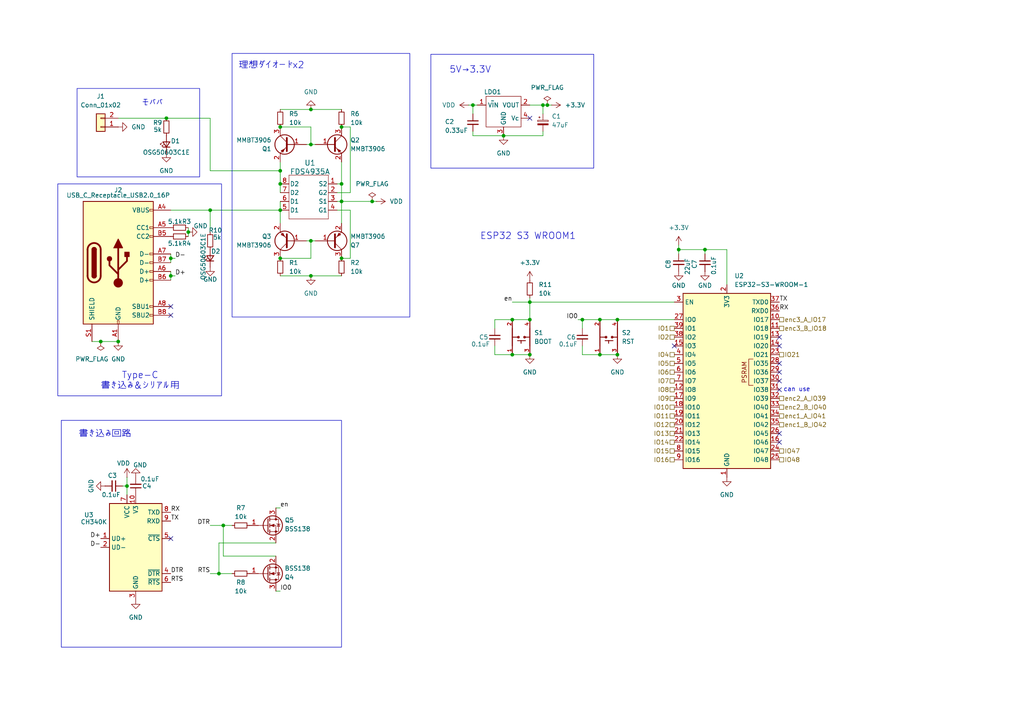
<source format=kicad_sch>
(kicad_sch (version 20231120) (generator "eeschema") (generator_version "8.0")
  (paper "A4")
  (lib_symbols
    (symbol "2024-12-29_09-32-35:FDS4935A" (pin_names (offset 0.254))
      (property "Reference" "U1" (at 12.954 6.096 0))
      (property "Value" "FDS4935A" (at 12.954 3.556 0))
      (symbol "FDS4935A_0_1"
        (polyline (pts (xy 7.62 -10.16) (xy 19.05 -10.16)) (stroke (width 0.127)))
        (polyline (pts (xy 7.62 2.54) (xy 7.62 -10.16)) (stroke (width 0.127)))
        (polyline (pts (xy 19.05 -10.16) (xy 19.05 2.54)) (stroke (width 0.127)))
        (polyline (pts (xy 19.05 2.54) (xy 7.62 2.54)) (stroke (width 0.127)))
      )
      (symbol "FDS4935A_1_1"
        (pin passive line (at 5.08 0 0) (length 2.54) (name "S2") (number "1"))
        (pin passive line (at 5.08 -2.54 0) (length 2.54) (name "G2") (number "2"))
        (pin passive line (at 5.08 -5.08 0) (length 2.54) (name "S1") (number "3"))
        (pin passive line (at 5.08 -7.62 0) (length 2.54) (name "G1") (number "4"))
        (pin passive line (at 21.59 -7.62 180) (length 2.54) (name "D1") (number "5"))
        (pin passive line (at 21.59 -5.08 180) (length 2.54) (name "D1") (number "6"))
        (pin passive line (at 21.59 -2.54 180) (length 2.54) (name "D2") (number "7"))
        (pin passive line (at 21.59 0 180) (length 2.54) (name "D2") (number "8"))
      )
    )
    (symbol "Connector:USB_C_Receptacle_USB2.0_16P" (pin_names (offset 1.016))
      (property "Reference" "J" (at 0 22.225 0))
      (property "Value" "USB_C_Receptacle_USB2.0_16P" (at 0 19.685 0))
      (symbol "USB_C_Receptacle_USB2.0_16P_0_0"
        (rectangle (start -0.254 -17.78) (end 0.254 -16.764))
        (rectangle (start 10.16 -14.986) (end 9.144 -15.494))
        (rectangle (start 10.16 -12.446) (end 9.144 -12.954))
        (rectangle (start 10.16 -4.826) (end 9.144 -5.334))
        (rectangle (start 10.16 -2.286) (end 9.144 -2.794))
        (rectangle (start 10.16 0.254) (end 9.144 -0.254))
        (rectangle (start 10.16 2.794) (end 9.144 2.286))
        (rectangle (start 10.16 7.874) (end 9.144 7.366))
        (rectangle (start 10.16 10.414) (end 9.144 9.906))
        (rectangle (start 10.16 15.494) (end 9.144 14.986))
      )
      (symbol "USB_C_Receptacle_USB2.0_16P_0_1"
        (rectangle (start -10.16 17.78) (end 10.16 -17.78) (stroke (width 0.254)) (fill (type background)))
        (arc (start -8.89 -3.81) (mid -6.985 -5.7067) (end -5.08 -3.81) (stroke (width 0.508)))
        (arc (start -7.62 -3.81) (mid -6.985 -4.4423) (end -6.35 -3.81) (stroke (width 0.254)))
        (arc (start -7.62 -3.81) (mid -6.985 -4.4423) (end -6.35 -3.81) (stroke (width 0.254)) (fill (type outline)))
        (rectangle (start -7.62 -3.81) (end -6.35 3.81) (stroke (width 0.254)) (fill (type outline)))
        (arc (start -6.35 3.81) (mid -6.985 4.4423) (end -7.62 3.81) (stroke (width 0.254)))
        (arc (start -6.35 3.81) (mid -6.985 4.4423) (end -7.62 3.81) (stroke (width 0.254)) (fill (type outline)))
        (arc (start -5.08 3.81) (mid -6.985 5.7067) (end -8.89 3.81) (stroke (width 0.508)))
        (circle (center -2.54 1.143) (radius 0.635) (stroke (width 0.254)) (fill (type outline)))
        (circle (center 0 -5.842) (radius 1.27) (fill (type outline)))
        (polyline (pts (xy -8.89 -3.81) (xy -8.89 3.81)) (stroke (width 0.508)))
        (polyline (pts (xy -5.08 3.81) (xy -5.08 -3.81)) (stroke (width 0.508)))
        (polyline (pts (xy 0 -5.842) (xy 0 4.318)) (stroke (width 0.508)))
        (polyline (pts (xy 0 -3.302) (xy -2.54 -0.762) (xy -2.54 0.508)) (stroke (width 0.508)))
        (polyline (pts (xy 0 -2.032) (xy 2.54 0.508) (xy 2.54 1.778)) (stroke (width 0.508)))
        (polyline (pts (xy -1.27 4.318) (xy 0 6.858) (xy 1.27 4.318) (xy -1.27 4.318)) (stroke (width 0.254)) (fill (type outline)))
        (rectangle (start 1.905 1.778) (end 3.175 3.048) (stroke (width 0.254)) (fill (type outline)))
      )
      (symbol "USB_C_Receptacle_USB2.0_16P_1_1"
        (pin passive line (at 0 -22.86 90) (length 5.08) (name "GND") (number "A1"))
        (pin passive line (at 0 -22.86 90) (length 5.08) hide (name "GND") (number "A12"))
        (pin passive line (at 15.24 15.24 180) (length 5.08) (name "VBUS") (number "A4"))
        (pin bidirectional line (at 15.24 10.16 180) (length 5.08) (name "CC1") (number "A5"))
        (pin bidirectional line (at 15.24 -2.54 180) (length 5.08) (name "D+") (number "A6"))
        (pin bidirectional line (at 15.24 2.54 180) (length 5.08) (name "D-") (number "A7"))
        (pin bidirectional line (at 15.24 -12.7 180) (length 5.08) (name "SBU1") (number "A8"))
        (pin passive line (at 15.24 15.24 180) (length 5.08) hide (name "VBUS") (number "A9"))
        (pin passive line (at 0 -22.86 90) (length 5.08) hide (name "GND") (number "B1"))
        (pin passive line (at 0 -22.86 90) (length 5.08) hide (name "GND") (number "B12"))
        (pin passive line (at 15.24 15.24 180) (length 5.08) hide (name "VBUS") (number "B4"))
        (pin bidirectional line (at 15.24 7.62 180) (length 5.08) (name "CC2") (number "B5"))
        (pin bidirectional line (at 15.24 -5.08 180) (length 5.08) (name "D+") (number "B6"))
        (pin bidirectional line (at 15.24 0 180) (length 5.08) (name "D-") (number "B7"))
        (pin bidirectional line (at 15.24 -15.24 180) (length 5.08) (name "SBU2") (number "B8"))
        (pin passive line (at 15.24 15.24 180) (length 5.08) hide (name "VBUS") (number "B9"))
        (pin passive line (at -7.62 -22.86 90) (length 5.08) (name "SHIELD") (number "S1"))
      )
    )
    (symbol "Connector_Generic:Conn_01x02" (pin_names (offset 1.016) hide)
      (property "Reference" "J" (at 0 2.54 0))
      (property "Value" "Conn_01x02" (at 0 -5.08 0))
      (symbol "Conn_01x02_1_1"
        (rectangle (start -1.27 -2.413) (end 0 -2.667) (stroke (width 0.1524)))
        (rectangle (start -1.27 0.127) (end 0 -0.127) (stroke (width 0.1524)))
        (rectangle (start -1.27 1.27) (end 1.27 -3.81) (stroke (width 0.254)) (fill (type background)))
        (pin passive line (at -5.08 0 0) (length 3.81) (name "Pin_1") (number "1"))
        (pin passive line (at -5.08 -2.54 0) (length 3.81) (name "Pin_2") (number "2"))
      )
    )
    (symbol "Device:C_Polarized_Small" (pin_numbers hide) (pin_names (offset 0.254) hide)
      (property "Reference" "C" (at 0.254 1.778 0))
      (property "Value" "C_Polarized_Small" (at 0.254 -2.032 0))
      (symbol "C_Polarized_Small_0_1"
        (rectangle (start -1.524 -0.3048) (end 1.524 -0.6858) (fill (type outline)))
        (rectangle (start -1.524 0.6858) (end 1.524 0.3048))
        (polyline (pts (xy -1.27 1.524) (xy -0.762 1.524)))
        (polyline (pts (xy -1.016 1.27) (xy -1.016 1.778)))
      )
      (symbol "C_Polarized_Small_1_1"
        (pin passive line (at 0 2.54 270) (length 1.8542) (name "~") (number "1"))
        (pin passive line (at 0 -2.54 90) (length 1.8542) (name "~") (number "2"))
      )
    )
    (symbol "Device:C_Small" (pin_numbers hide) (pin_names (offset 0.254) hide)
      (property "Reference" "C" (at 0.254 1.778 0))
      (property "Value" "C_Small" (at 0.254 -2.032 0))
      (symbol "C_Small_0_1"
        (polyline (pts (xy -1.524 -0.508) (xy 1.524 -0.508)) (stroke (width 0.3302)))
        (polyline (pts (xy -1.524 0.508) (xy 1.524 0.508)) (stroke (width 0.3048)))
      )
      (symbol "C_Small_1_1"
        (pin passive line (at 0 2.54 270) (length 2.032) (name "~") (number "1"))
        (pin passive line (at 0 -2.54 90) (length 2.032) (name "~") (number "2"))
      )
    )
    (symbol "Device:LED_Small" (pin_numbers hide) (pin_names (offset 0.254) hide)
      (property "Reference" "D" (at -1.27 3.175 0))
      (property "Value" "LED_Small" (at -4.445 -2.54 0))
      (symbol "LED_Small_0_1"
        (polyline (pts (xy -0.762 -1.016) (xy -0.762 1.016)) (stroke (width 0.254)))
        (polyline (pts (xy 1.016 0) (xy -0.762 0)))
        (polyline (pts (xy 0.762 -1.016) (xy -0.762 0) (xy 0.762 1.016) (xy 0.762 -1.016)) (stroke (width 0.254)))
        (polyline (pts (xy 0 0.762) (xy -0.508 1.27) (xy -0.254 1.27) (xy -0.508 1.27) (xy -0.508 1.016)))
        (polyline (pts (xy 0.508 1.27) (xy 0 1.778) (xy 0.254 1.778) (xy 0 1.778) (xy 0 1.524)))
      )
      (symbol "LED_Small_1_1"
        (pin passive line (at -2.54 0 0) (length 1.778) (name "K") (number "1"))
        (pin passive line (at 2.54 0 180) (length 1.778) (name "A") (number "2"))
      )
    )
    (symbol "Device:R_Small" (pin_numbers hide) (pin_names (offset 0.254) hide)
      (property "Reference" "R" (at 0.762 0.508 0))
      (property "Value" "R_Small" (at 0.762 -1.016 0))
      (symbol "R_Small_0_1"
        (rectangle (start -0.762 1.778) (end 0.762 -1.778) (stroke (width 0.2032)))
      )
      (symbol "R_Small_1_1"
        (pin passive line (at 0 2.54 270) (length 0.762) (name "~") (number "1"))
        (pin passive line (at 0 -2.54 90) (length 0.762) (name "~") (number "2"))
      )
    )
    (symbol "Interface_USB:CH340K"
      (property "Reference" "U" (at -6.858 13.97 0))
      (property "Value" "CH340K" (at 1.27 13.97 0))
      (symbol "CH340K_0_1"
        (rectangle (start -7.62 12.7) (end 7.62 -12.7) (stroke (width 0.254)) (fill (type background)))
      )
      (symbol "CH340K_1_0"
        (pin passive line (at 0 -15.24 90) (length 2.54) hide (name "GND") (number "11"))
      )
      (symbol "CH340K_1_1"
        (pin bidirectional line (at -10.16 2.54 0) (length 2.54) (name "UD+") (number "1"))
        (pin passive line (at 0 15.24 270) (length 2.54) (name "V3") (number "10"))
        (pin bidirectional line (at -10.16 0 0) (length 2.54) (name "UD-") (number "2"))
        (pin power_in line (at 0 -15.24 90) (length 2.54) (name "GND") (number "3"))
        (pin output line (at 10.16 -7.62 180) (length 2.54) (name "~{DTR}") (number "4"))
        (pin input line (at 10.16 2.54 180) (length 2.54) (name "~{CTS}") (number "5"))
        (pin output line (at 10.16 -10.16 180) (length 2.54) (name "~{RTS}") (number "6"))
        (pin power_in line (at -2.54 15.24 270) (length 2.54) (name "VCC") (number "7"))
        (pin output line (at 10.16 10.16 180) (length 2.54) (name "TXD") (number "8"))
        (pin input line (at 10.16 7.62 180) (length 2.54) (name "RXD") (number "9"))
      )
    )
    (symbol "MyLibrary:PQ3RD23"
      (property "Reference" "LDO" (at 0 6.604 0))
      (symbol "PQ3RD23_0_1"
        (rectangle (start -5.08 5.08) (end 5.08 -3.81))
      )
      (symbol "PQ3RD23_1_1"
        (pin power_in line (at -7.62 2.54 0) (length 2.54) (name "VIN") (number "1"))
        (pin passive line (at 7.62 2.54 180) (length 2.54) (name "VOUT") (number "2"))
        (pin passive line (at 0 -6.35 90) (length 2.54) (name "GND") (number "3"))
        (pin passive line (at 7.62 -1.27 180) (length 2.54) (name "Vc") (number "4"))
      )
    )
    (symbol "RF_Module:ESP32-S3-WROOM-1"
      (property "Reference" "U" (at -12.7 26.67 0))
      (property "Value" "ESP32-S3-WROOM-1" (at 12.7 26.67 0))
      (symbol "ESP32-S3-WROOM-1_0_0"
        (rectangle (start -12.7 25.4) (end 12.7 -25.4) (stroke (width 0.254)) (fill (type background)))
        (text "PSRAM" (at 5.08 2.54 900) (effects (font (size 1.27 1.27))))
      )
      (symbol "ESP32-S3-WROOM-1_0_1"
        (polyline (pts (xy 7.62 -1.27) (xy 6.35 -1.27) (xy 6.35 6.35) (xy 7.62 6.35)))
      )
      (symbol "ESP32-S3-WROOM-1_1_1"
        (pin power_in line (at 0 -27.94 90) (length 2.54) (name "GND") (number "1"))
        (pin bidirectional line (at 15.24 17.78 180) (length 2.54) (name "IO17") (number "10"))
        (pin bidirectional line (at 15.24 15.24 180) (length 2.54) (name "IO18") (number "11"))
        (pin bidirectional line (at -15.24 -2.54 0) (length 2.54) (name "IO8") (number "12"))
        (pin bidirectional line (at 15.24 12.7 180) (length 2.54) (name "IO19") (number "13"))
        (pin bidirectional line (at 15.24 10.16 180) (length 2.54) (name "IO20") (number "14"))
        (pin bidirectional line (at -15.24 10.16 0) (length 2.54) (name "IO3") (number "15"))
        (pin bidirectional line (at 15.24 -17.78 180) (length 2.54) (name "IO46") (number "16"))
        (pin bidirectional line (at -15.24 -5.08 0) (length 2.54) (name "IO9") (number "17"))
        (pin bidirectional line (at -15.24 -7.62 0) (length 2.54) (name "IO10") (number "18"))
        (pin bidirectional line (at -15.24 -10.16 0) (length 2.54) (name "IO11") (number "19"))
        (pin power_in line (at 0 27.94 270) (length 2.54) (name "3V3") (number "2"))
        (pin bidirectional line (at -15.24 -12.7 0) (length 2.54) (name "IO12") (number "20"))
        (pin bidirectional line (at -15.24 -15.24 0) (length 2.54) (name "IO13") (number "21"))
        (pin bidirectional line (at -15.24 -17.78 0) (length 2.54) (name "IO14") (number "22"))
        (pin bidirectional line (at 15.24 7.62 180) (length 2.54) (name "IO21") (number "23"))
        (pin bidirectional line (at 15.24 -20.32 180) (length 2.54) (name "IO47") (number "24"))
        (pin bidirectional line (at 15.24 -22.86 180) (length 2.54) (name "IO48") (number "25"))
        (pin bidirectional line (at 15.24 -15.24 180) (length 2.54) (name "IO45") (number "26"))
        (pin bidirectional line (at -15.24 17.78 0) (length 2.54) (name "IO0") (number "27"))
        (pin bidirectional line (at 15.24 5.08 180) (length 2.54) (name "IO35") (number "28"))
        (pin bidirectional line (at 15.24 2.54 180) (length 2.54) (name "IO36") (number "29"))
        (pin input line (at -15.24 22.86 0) (length 2.54) (name "EN") (number "3"))
        (pin bidirectional line (at 15.24 0 180) (length 2.54) (name "IO37") (number "30"))
        (pin bidirectional line (at 15.24 -2.54 180) (length 2.54) (name "IO38") (number "31"))
        (pin bidirectional line (at 15.24 -5.08 180) (length 2.54) (name "IO39") (number "32"))
        (pin bidirectional line (at 15.24 -7.62 180) (length 2.54) (name "IO40") (number "33"))
        (pin bidirectional line (at 15.24 -10.16 180) (length 2.54) (name "IO41") (number "34"))
        (pin bidirectional line (at 15.24 -12.7 180) (length 2.54) (name "IO42") (number "35"))
        (pin bidirectional line (at 15.24 20.32 180) (length 2.54) (name "RXD0") (number "36"))
        (pin bidirectional line (at 15.24 22.86 180) (length 2.54) (name "TXD0") (number "37"))
        (pin bidirectional line (at -15.24 12.7 0) (length 2.54) (name "IO2") (number "38"))
        (pin bidirectional line (at -15.24 15.24 0) (length 2.54) (name "IO1") (number "39"))
        (pin bidirectional line (at -15.24 7.62 0) (length 2.54) (name "IO4") (number "4"))
        (pin passive line (at 0 -27.94 90) (length 2.54) hide (name "GND") (number "40"))
        (pin passive line (at 0 -27.94 90) (length 2.54) hide (name "GND") (number "41"))
        (pin bidirectional line (at -15.24 5.08 0) (length 2.54) (name "IO5") (number "5"))
        (pin bidirectional line (at -15.24 2.54 0) (length 2.54) (name "IO6") (number "6"))
        (pin bidirectional line (at -15.24 0 0) (length 2.54) (name "IO7") (number "7"))
        (pin bidirectional line (at -15.24 -20.32 0) (length 2.54) (name "IO15") (number "8"))
        (pin bidirectional line (at -15.24 -22.86 0) (length 2.54) (name "IO16") (number "9"))
      )
    )
    (symbol "SKRPACE010:SKRPACE010" (pin_names (offset 1.016))
      (property "Reference" "S" (at -2.5431 5.0863 0))
      (property "Value" "SKRPACE010" (at -2.5442 -5.0884 0))
      (symbol "SKRPACE010_0_0"
        (circle (center 0 -1.016) (radius 0.254) (stroke (width 0.254)))
        (polyline (pts (xy -5.08 2.54) (xy 5.08 2.54)) (stroke (width 0.254)))
        (polyline (pts (xy -2.54 -2.54) (xy 0 -2.54)) (stroke (width 0.254)))
        (polyline (pts (xy -2.54 2.54) (xy 0 2.54)) (stroke (width 0.254)))
        (polyline (pts (xy -1.016 0) (xy -1.778 0)) (stroke (width 0.254)))
        (polyline (pts (xy -1.016 0) (xy -1.016 -1.27)) (stroke (width 0.254)))
        (polyline (pts (xy -1.016 1.016) (xy -1.016 0)) (stroke (width 0.254)))
        (polyline (pts (xy 0 -2.54) (xy 2.54 -2.54)) (stroke (width 0.254)))
        (polyline (pts (xy 0 -1.016) (xy 0 -2.54)) (stroke (width 0.254)))
        (polyline (pts (xy 0 0.762) (xy 0 2.54)) (stroke (width 0.254)))
        (polyline (pts (xy 0 2.54) (xy 2.54 2.54)) (stroke (width 0.254)))
        (polyline (pts (xy 5.08 -2.54) (xy -5.08 -2.54)) (stroke (width 0.254)))
        (circle (center 0 0.762) (radius 0.254) (stroke (width 0.254)))
        (pin bidirectional line (at -5.08 2.54 0) (length 2.54) (name "~") (number "1"))
        (pin bidirectional line (at 5.08 2.54 180) (length 2.54) (name "~") (number "2"))
        (pin bidirectional line (at -5.08 -2.54 0) (length 2.54) (name "~") (number "3"))
        (pin bidirectional line (at 5.08 -2.54 180) (length 2.54) (name "~") (number "4"))
      )
    )
    (symbol "SKRPACE010_1" (pin_names (offset 1.016))
      (property "Reference" "S1" (at 1.2701 -3.81 90))
      (property "Value" "BOOT" (at -1.2699 -3.81 90))
      (symbol "SKRPACE010_1_0_0"
        (circle (center 0 -1.016) (radius 0.254) (stroke (width 0.254)))
        (polyline (pts (xy -5.08 2.54) (xy 5.08 2.54)) (stroke (width 0.254)))
        (polyline (pts (xy -2.54 -2.54) (xy 0 -2.54)) (stroke (width 0.254)))
        (polyline (pts (xy -2.54 2.54) (xy 0 2.54)) (stroke (width 0.254)))
        (polyline (pts (xy -1.016 0) (xy -1.778 0)) (stroke (width 0.254)))
        (polyline (pts (xy -1.016 0) (xy -1.016 -1.27)) (stroke (width 0.254)))
        (polyline (pts (xy -1.016 1.016) (xy -1.016 0)) (stroke (width 0.254)))
        (polyline (pts (xy 0 -2.54) (xy 2.54 -2.54)) (stroke (width 0.254)))
        (polyline (pts (xy 0 -1.016) (xy 0 -2.54)) (stroke (width 0.254)))
        (polyline (pts (xy 0 0.762) (xy 0 2.54)) (stroke (width 0.254)))
        (polyline (pts (xy 0 2.54) (xy 2.54 2.54)) (stroke (width 0.254)))
        (polyline (pts (xy 5.08 -2.54) (xy -5.08 -2.54)) (stroke (width 0.254)))
        (circle (center 0 0.762) (radius 0.254) (stroke (width 0.254)))
      )
      (symbol "SKRPACE010_1_1_0"
        (pin passive line (at -5.08 2.54 0) (length 2.54) (name "~") (number "1"))
        (pin passive line (at 5.08 2.54 180) (length 2.54) (name "~") (number "2"))
        (pin passive line (at -5.08 -2.54 0) (length 2.54) (name "~") (number "3"))
        (pin passive line (at 5.08 -2.54 180) (length 2.54) (name "~") (number "4"))
      )
    )
    (symbol "Transistor_BJT:MMBT3906" (pin_names (offset 0) hide)
      (property "Reference" "Q" (at 5.08 1.905 0))
      (property "Value" "MMBT3906" (at 5.08 0 0))
      (symbol "MMBT3906_0_1"
        (polyline (pts (xy 0.635 0.635) (xy 2.54 2.54)))
        (polyline (pts (xy 0.635 -0.635) (xy 2.54 -2.54) (xy 2.54 -2.54)))
        (polyline (pts (xy 0.635 1.905) (xy 0.635 -1.905) (xy 0.635 -1.905)) (stroke (width 0.508)))
        (polyline (pts (xy 2.286 -1.778) (xy 1.778 -2.286) (xy 1.27 -1.27) (xy 2.286 -1.778) (xy 2.286 -1.778)) (fill (type outline)))
        (circle (center 1.27 0) (radius 2.8194) (stroke (width 0.254)))
      )
      (symbol "MMBT3906_1_1"
        (pin input line (at -5.08 0 0) (length 5.715) (name "B") (number "1"))
        (pin passive line (at 2.54 -5.08 90) (length 2.54) (name "E") (number "2"))
        (pin passive line (at 2.54 5.08 270) (length 2.54) (name "C") (number "3"))
      )
    )
    (symbol "Transistor_FET:BSS138" (pin_names hide)
      (property "Reference" "Q" (at 5.08 1.905 0))
      (property "Value" "BSS138" (at 5.08 0 0))
      (symbol "BSS138_0_1"
        (polyline (pts (xy 0.254 0) (xy -2.54 0)))
        (polyline (pts (xy 0.254 1.905) (xy 0.254 -1.905)) (stroke (width 0.254)))
        (polyline (pts (xy 0.762 -1.27) (xy 0.762 -2.286)) (stroke (width 0.254)))
        (polyline (pts (xy 0.762 0.508) (xy 0.762 -0.508)) (stroke (width 0.254)))
        (polyline (pts (xy 0.762 2.286) (xy 0.762 1.27)) (stroke (width 0.254)))
        (polyline (pts (xy 2.54 2.54) (xy 2.54 1.778)))
        (polyline (pts (xy 2.54 -2.54) (xy 2.54 0) (xy 0.762 0)))
        (polyline (pts (xy 0.762 -1.778) (xy 3.302 -1.778) (xy 3.302 1.778) (xy 0.762 1.778)))
        (polyline (pts (xy 1.016 0) (xy 2.032 0.381) (xy 2.032 -0.381) (xy 1.016 0)) (fill (type outline)))
        (polyline (pts (xy 2.794 0.508) (xy 2.921 0.381) (xy 3.683 0.381) (xy 3.81 0.254)))
        (polyline (pts (xy 3.302 0.381) (xy 2.921 -0.254) (xy 3.683 -0.254) (xy 3.302 0.381)))
        (circle (center 1.651 0) (radius 2.794) (stroke (width 0.254)))
        (circle (center 2.54 -1.778) (radius 0.254) (fill (type outline)))
        (circle (center 2.54 1.778) (radius 0.254) (fill (type outline)))
      )
      (symbol "BSS138_1_1"
        (pin input line (at -5.08 0 0) (length 2.54) (name "G") (number "1"))
        (pin passive line (at 2.54 -5.08 90) (length 2.54) (name "S") (number "2"))
        (pin passive line (at 2.54 5.08 270) (length 2.54) (name "D") (number "3"))
      )
    )
    (symbol "power:+3.3V" (power) (pin_numbers hide) (pin_names (offset 0) hide)
      (property "Value" "+3.3V" (at 0 3.556 0))
      (symbol "+3.3V_0_1"
        (polyline (pts (xy -0.762 1.27) (xy 0 2.54)))
        (polyline (pts (xy 0 0) (xy 0 2.54)))
        (polyline (pts (xy 0 2.54) (xy 0.762 1.27)))
      )
      (symbol "+3.3V_1_1"
        (pin power_in line (at 0 0 90) (length 0) (name "~") (number "1"))
      )
    )
    (symbol "power:GND" (power) (pin_numbers hide) (pin_names (offset 0) hide)
      (property "Value" "GND" (at 0 -3.81 0))
      (symbol "GND_0_1"
        (polyline (pts (xy 0 0) (xy 0 -1.27) (xy 1.27 -1.27) (xy 0 -2.54) (xy -1.27 -1.27) (xy 0 -1.27)))
      )
      (symbol "GND_1_1"
        (pin power_in line (at 0 0 270) (length 0) (name "~") (number "1"))
      )
    )
    (symbol "power:PWR_FLAG" (power) (pin_numbers hide) (pin_names (offset 0) hide)
      (property "Value" "PWR_FLAG" (at 0 3.81 0))
      (symbol "PWR_FLAG_0_0"
        (pin power_out line (at 0 0 90) (length 0) (name "~") (number "1"))
      )
      (symbol "PWR_FLAG_0_1"
        (polyline (pts (xy 0 0) (xy 0 1.27) (xy -1.016 1.905) (xy 0 2.54) (xy 1.016 1.905) (xy 0 1.27)))
      )
    )
    (symbol "power:VDD" (power) (pin_numbers hide) (pin_names (offset 0) hide)
      (property "Value" "VDD" (at 0 3.556 0))
      (symbol "VDD_0_1"
        (polyline (pts (xy -0.762 1.27) (xy 0 2.54)))
        (polyline (pts (xy 0 0) (xy 0 2.54)))
        (polyline (pts (xy 0 2.54) (xy 0.762 1.27)))
      )
      (symbol "VDD_1_1"
        (pin power_in line (at 0 0 90) (length 0) (name "~") (number "1"))
      )
    )
  )
  (junction (at 63.5 166.37))
  (junction (at 90.17 41.91))
  (junction (at 34.29 99.06))
  (junction (at 90.17 80.01))
  (junction (at 107.95 58.42))
  (junction (at 179.07 102.87))
  (junction (at 153.67 92.71))
  (junction (at 81.28 53.34))
  (junction (at 29.21 99.06))
  (junction (at 168.91 92.71))
  (junction (at 99.06 58.42))
  (junction (at 173.99 92.71))
  (junction (at 90.17 31.75))
  (junction (at 81.28 74.93))
  (junction (at 196.85 72.39))
  (junction (at 204.47 72.39))
  (junction (at 90.17 69.85))
  (junction (at 49.53 74.93))
  (junction (at 64.77 152.4))
  (junction (at 49.53 80.01))
  (junction (at 179.07 92.71))
  (junction (at 81.28 36.83))
  (junction (at 99.06 53.34))
  (junction (at 148.59 92.71))
  (junction (at 81.28 60.96))
  (junction (at 54.61 67.31))
  (junction (at 60.96 60.96))
  (junction (at 146.05 39.37))
  (junction (at 137.16 30.48))
  (junction (at 153.67 87.63))
  (junction (at 157.48 30.48))
  (junction (at 173.99 102.87))
  (junction (at 148.59 102.87))
  (junction (at 81.28 49.53))
  (junction (at 48.26 34.29))
  (junction (at 99.06 74.93))
  (junction (at 36.83 140.97))
  (junction (at 153.67 102.87))
  (junction (at 158.75 30.48))
  (junction (at 99.06 36.83))
  (no_connect (at 49.53 156.21))
  (no_connect (at 226.06 128.27))
  (no_connect (at 226.06 113.03))
  (no_connect (at 195.58 100.33))
  (no_connect (at 226.06 110.49))
  (no_connect (at 49.53 91.44))
  (no_connect (at 226.06 100.33))
  (no_connect (at 226.06 97.79))
  (no_connect (at 226.06 107.95))
  (no_connect (at 49.53 88.9))
  (no_connect (at 153.67 34.29))
  (no_connect (at 226.06 105.41))
  (no_connect (at 226.06 125.73))
  (wire (pts (xy 168.91 102.87) (xy 173.99 102.87)))
  (wire (pts (xy 63.5 166.37) (xy 67.31 166.37)))
  (wire (pts (xy 64.77 161.29) (xy 64.77 152.4)))
  (wire (pts (xy 90.17 74.93) (xy 90.17 69.85)))
  (wire (pts (xy 49.53 74.93) (xy 49.53 76.2)))
  (wire (pts (xy 99.06 58.42) (xy 97.79 58.42)))
  (wire (pts (xy 153.67 30.48) (xy 157.48 30.48)))
  (wire (pts (xy 34.29 34.29) (xy 48.26 34.29)))
  (wire (pts (xy 48.26 34.29) (xy 60.96 34.29)))
  (wire (pts (xy 81.28 58.42) (xy 81.28 60.96)))
  (wire (pts (xy 204.47 72.39) (xy 204.47 73.66)))
  (wire (pts (xy 101.6 36.83) (xy 101.6 55.88)))
  (wire (pts (xy 168.91 95.25) (xy 168.91 92.71)))
  (wire (pts (xy 36.83 138.43) (xy 36.83 140.97)))
  (wire (pts (xy 143.51 102.87) (xy 143.51 100.33)))
  (wire (pts (xy 81.28 53.34) (xy 81.28 55.88)))
  (wire (pts (xy 81.28 80.01) (xy 90.17 80.01)))
  (wire (pts (xy 35.56 140.97) (xy 36.83 140.97)))
  (wire (pts (xy 60.96 67.31) (xy 60.96 60.96)))
  (wire (pts (xy 157.48 38.1) (xy 157.48 39.37)))
  (wire (pts (xy 101.6 36.83) (xy 99.06 36.83)))
  (wire (pts (xy 60.96 152.4) (xy 64.77 152.4)))
  (wire (pts (xy 173.99 92.71) (xy 179.07 92.71)))
  (wire (pts (xy 99.06 53.34) (xy 99.06 58.42)))
  (wire (pts (xy 49.53 60.96) (xy 60.96 60.96)))
  (wire (pts (xy 168.91 92.71) (xy 173.99 92.71)))
  (wire (pts (xy 196.85 71.12) (xy 196.85 72.39)))
  (wire (pts (xy 90.17 41.91) (xy 91.44 41.91)))
  (wire (pts (xy 99.06 46.99) (xy 99.06 53.34)))
  (wire (pts (xy 153.67 87.63) (xy 195.58 87.63)))
  (wire (pts (xy 160.02 30.48) (xy 158.75 30.48)))
  (wire (pts (xy 101.6 60.96) (xy 97.79 60.96)))
  (wire (pts (xy 49.53 78.74) (xy 49.53 80.01)))
  (wire (pts (xy 81.28 60.96) (xy 81.28 64.77)))
  (wire (pts (xy 153.67 86.36) (xy 153.67 87.63)))
  (wire (pts (xy 97.79 53.34) (xy 99.06 53.34)))
  (wire (pts (xy 99.06 64.77) (xy 99.06 58.42)))
  (wire (pts (xy 157.48 33.02) (xy 157.48 30.48)))
  (wire (pts (xy 196.85 72.39) (xy 204.47 72.39)))
  (wire (pts (xy 50.8 74.93) (xy 49.53 74.93)))
  (wire (pts (xy 153.67 87.63) (xy 153.67 92.71)))
  (wire (pts (xy 26.67 99.06) (xy 29.21 99.06)))
  (wire (pts (xy 63.5 157.48) (xy 63.5 166.37)))
  (wire (pts (xy 80.01 161.29) (xy 64.77 161.29)))
  (wire (pts (xy 49.53 73.66) (xy 49.53 74.93)))
  (wire (pts (xy 101.6 74.93) (xy 99.06 74.93)))
  (wire (pts (xy 80.01 147.32) (xy 81.28 147.32)))
  (wire (pts (xy 107.95 58.42) (xy 99.06 58.42)))
  (wire (pts (xy 90.17 31.75) (xy 99.06 31.75)))
  (wire (pts (xy 50.8 80.01) (xy 49.53 80.01)))
  (wire (pts (xy 81.28 49.53) (xy 81.28 53.34)))
  (wire (pts (xy 137.16 38.1) (xy 137.16 39.37)))
  (wire (pts (xy 101.6 60.96) (xy 101.6 74.93)))
  (wire (pts (xy 158.75 30.48) (xy 157.48 30.48)))
  (wire (pts (xy 137.16 30.48) (xy 138.43 30.48)))
  (wire (pts (xy 60.96 49.53) (xy 81.28 49.53)))
  (wire (pts (xy 135.89 30.48) (xy 137.16 30.48)))
  (wire (pts (xy 81.28 46.99) (xy 81.28 49.53)))
  (wire (pts (xy 54.61 67.31) (xy 54.61 68.58)))
  (wire (pts (xy 36.83 140.97) (xy 36.83 143.51)))
  (wire (pts (xy 81.28 171.45) (xy 80.01 171.45)))
  (wire (pts (xy 67.31 152.4) (xy 64.77 152.4)))
  (wire (pts (xy 90.17 80.01) (xy 99.06 80.01)))
  (wire (pts (xy 137.16 39.37) (xy 146.05 39.37)))
  (wire (pts (xy 143.51 95.25) (xy 143.51 92.71)))
  (wire (pts (xy 81.28 36.83) (xy 90.17 36.83)))
  (wire (pts (xy 101.6 55.88) (xy 97.79 55.88)))
  (wire (pts (xy 109.22 58.42) (xy 107.95 58.42)))
  (wire (pts (xy 137.16 33.02) (xy 137.16 30.48)))
  (wire (pts (xy 143.51 92.71) (xy 148.59 92.71)))
  (wire (pts (xy 210.82 72.39) (xy 210.82 82.55)))
  (wire (pts (xy 204.47 72.39) (xy 210.82 72.39)))
  (wire (pts (xy 60.96 166.37) (xy 63.5 166.37)))
  (wire (pts (xy 179.07 92.71) (xy 195.58 92.71)))
  (wire (pts (xy 90.17 69.85) (xy 91.44 69.85)))
  (wire (pts (xy 60.96 60.96) (xy 81.28 60.96)))
  (wire (pts (xy 90.17 36.83) (xy 90.17 41.91)))
  (wire (pts (xy 81.28 74.93) (xy 90.17 74.93)))
  (wire (pts (xy 153.67 102.87) (xy 148.59 102.87)))
  (wire (pts (xy 196.85 72.39) (xy 196.85 73.66)))
  (wire (pts (xy 167.64 92.71) (xy 168.91 92.71)))
  (wire (pts (xy 148.59 92.71) (xy 153.67 92.71)))
  (wire (pts (xy 29.21 99.06) (xy 34.29 99.06)))
  (wire (pts (xy 179.07 102.87) (xy 173.99 102.87)))
  (wire (pts (xy 157.48 39.37) (xy 146.05 39.37)))
  (wire (pts (xy 60.96 34.29) (xy 60.96 49.53)))
  (wire (pts (xy 49.53 80.01) (xy 49.53 81.28)))
  (wire (pts (xy 81.28 31.75) (xy 90.17 31.75)))
  (wire (pts (xy 168.91 102.87) (xy 168.91 100.33)))
  (wire (pts (xy 54.61 66.04) (xy 54.61 67.31)))
  (wire (pts (xy 148.59 87.63) (xy 153.67 87.63)))
  (wire (pts (xy 80.01 157.48) (xy 63.5 157.48)))
  (wire (pts (xy 88.9 41.91) (xy 90.17 41.91)))
  (wire (pts (xy 88.9 69.85) (xy 90.17 69.85)))
  (wire (pts (xy 143.51 102.87) (xy 148.59 102.87)))
  (rectangle (start 67.31 15.494) (end 118.872 91.948))
  (rectangle (start 124.968 15.748) (end 172.212 48.768))
  (rectangle (start 17.78 121.92) (end 99.06 187.706))
  (rectangle (start 16.764 53.34) (end 64.262 114.808))
  (rectangle (start 22.352 25.654) (end 57.912 51.308))
  (text "ESP32 S3 WROOM1\n" (at 153.162 68.58 0) (effects (font (size 1.905 1.905))))
  (text "5V→3.3V\n" (at 136.398 20.32 0) (effects (font (size 1.905 1.905))))
  (text "理想ダイオードx2\n" (at 78.74 19.05 0) (effects (font (size 1.905 1.905))))
  (text "Type-C\n書き込み&シリアル用" (at 40.64 110.49 0) (effects (font (size 1.905 1.905))))
  (text "書き込み回路\n" (at 30.48 125.984 0) (effects (font (size 1.905 1.905))))
  (text "can use\n" (at 231.14 113.03 0) (effects (font (size 1.27 1.27))))
  (text "モババ\n" (at 44.196 29.972 0) (effects (font (size 1.905 1.905))))
  (label "RX" (at 226.06 90.17 0))
  (label "IO0" (at 81.28 171.45 0))
  (label "en" (at 148.59 87.63 180))
  (label "RX" (at 49.53 148.59 0))
  (label "D+" (at 29.21 156.21 180))
  (label "RTS" (at 60.96 166.37 180))
  (label "DTR" (at 49.53 166.37 0))
  (label "D-" (at 29.21 158.75 180))
  (label "D-" (at 50.8 74.93 0))
  (label "TX" (at 226.06 87.63 0))
  (label "en" (at 81.28 147.32 0))
  (label "RTS" (at 49.53 168.91 0))
  (label "IO0" (at 167.64 92.71 180))
  (label "DTR" (at 60.96 152.4 180))
  (label "TX" (at 49.53 151.13 0))
  (label "D+" (at 50.8 80.01 0))
  (hierarchical_label "IO6" (shape passive) (at 195.58 107.95 180))
  (hierarchical_label "IO14" (shape passive) (at 195.58 128.27 180))
  (hierarchical_label "IO16" (shape passive) (at 195.58 133.35 180))
  (hierarchical_label "IO21" (shape passive) (at 226.06 102.87 0))
  (hierarchical_label "enc1_A_IO41" (shape passive) (at 226.06 120.65 0))
  (hierarchical_label "IO2" (shape passive) (at 195.58 97.79 180))
  (hierarchical_label "enc3_B_IO18" (shape passive) (at 226.06 95.25 0))
  (hierarchical_label "IO11" (shape passive) (at 195.58 120.65 180))
  (hierarchical_label "IO48" (shape passive) (at 226.06 133.35 0))
  (hierarchical_label "IO15" (shape passive) (at 195.58 130.81 180))
  (hierarchical_label "IO47" (shape passive) (at 226.06 130.81 0))
  (hierarchical_label "IO13" (shape passive) (at 195.58 125.73 180))
  (hierarchical_label "IO1" (shape passive) (at 195.58 95.25 180))
  (hierarchical_label "IO8" (shape passive) (at 195.58 113.03 180))
  (hierarchical_label "IO9" (shape passive) (at 195.58 115.57 180))
  (hierarchical_label "IO4" (shape passive) (at 195.58 102.87 180))
  (hierarchical_label "IO12" (shape passive) (at 195.58 123.19 180))
  (hierarchical_label "IO5" (shape passive) (at 195.58 105.41 180))
  (hierarchical_label "IO10" (shape passive) (at 195.58 118.11 180))
  (hierarchical_label "enc3_A_IO17" (shape passive) (at 226.06 92.71 0))
  (hierarchical_label "IO7" (shape passive) (at 195.58 110.49 180))
  (hierarchical_label "enc2_A_IO39" (shape passive) (at 226.06 115.57 0))
  (hierarchical_label "enc2_B_IO40" (shape passive) (at 226.06 118.11 0))
  (hierarchical_label "enc1_B_IO42" (shape passive) (at 226.06 123.19 0))
  (symbol (lib_id "power:GND") (at 90.17 31.75 180) (unit 1)
    (property "Reference" "#PWR04" (effects (hide yes)))
    (property "Value" "GND" (at 90.17 26.67 0))
    (property "Description" "Power symbol creates a global label with name \"GND\" , ground" (effects (hide yes)))
  )
  (symbol (lib_id "power:PWR_FLAG") (at 107.95 58.42 0) (unit 1)
    (property "Reference" "#FLG02" (effects (hide yes)))
    (property "Value" "PWR_FLAG" (at 107.95 53.34 0))
    (property "Description" "Special symbol for telling ERC where power comes from" (effects (hide yes)))
  )
  (symbol (lib_id "Device:R_Small") (at 99.06 34.29 0) (unit 1)
    (property "Reference" "R6" (at 101.6 33.0199 0) (effects (justify left)))
    (property "Value" "10k" (at 101.6 35.5599 0) (effects (justify left)))
    (property "Footprint" "Resistor_SMD:R_0603_1608Metric_Pad0.98x0.95mm_HandSolder" (effects (hide yes)))
    (property "Description" "Resistor, small symbol" (effects (hide yes)))
  )
  (symbol (lib_id "power:VDD") (at 109.22 58.42 270) (unit 1)
    (property "Reference" "#PWR01" (effects (hide yes)))
    (property "Value" "VDD" (at 113.03 58.4199 90) (effects (justify left)))
    (property "Description" "Power symbol creates a global label with name \"VDD\"" (effects (hide yes)))
  )
  (symbol (lib_id "RF_Module:ESP32-S3-WROOM-1") (at 210.82 110.49 0) (unit 1)
    (property "Reference" "U2" (at 213.0141 80.01 0) (effects (justify left)))
    (property "Value" "ESP32-S3-WROOM-1" (at 213.0141 82.55 0) (effects (justify left)))
    (property "Footprint" "RF_Module:ESP32-S3-WROOM-1" (effects (hide yes)))
    (property "Datasheet" "https://www.espressif.com/sites/default/files/documentation/esp32-s3-wroom-1_wroom-1u_datasheet_en.pdf" (effects (hide yes)))
    (property "Description" "RF Module, ESP32-S3 SoC, Wi-Fi 802.11b/g/n, Bluetooth, BLE, 32-bit, 3.3V, onboard antenna, SMD" (effects (hide yes)))
  )
  (symbol (lib_id "Device:R_Small") (at 81.28 34.29 0) (unit 1)
    (property "Reference" "R5" (at 83.82 33.0199 0) (effects (justify left)))
    (property "Value" "10k" (at 83.82 35.5599 0) (effects (justify left)))
    (property "Footprint" "Resistor_SMD:R_0603_1608Metric_Pad0.98x0.95mm_HandSolder" (effects (hide yes)))
    (property "Description" "Resistor, small symbol" (effects (hide yes)))
  )
  (symbol (lib_id "Device:R_Small") (at 48.26 36.83 180) (unit 1)
    (property "Reference" "R9" (at 45.72 35.56 0))
    (property "Value" "5k" (at 45.72 37.592 0))
    (property "Footprint" "Resistor_SMD:R_0603_1608Metric_Pad0.98x0.95mm_HandSolder" (effects (hide yes)))
    (property "Description" "Resistor, small symbol" (effects (hide yes)))
  )
  (symbol (lib_id "Device:R_Small") (at 60.96 69.85 180) (unit 1)
    (property "Reference" "R10" (at 62.484 66.802 0))
    (property "Value" "5k" (at 62.992 68.834 0))
    (property "Footprint" "Resistor_SMD:R_0603_1608Metric_Pad0.98x0.95mm_HandSolder" (effects (hide yes)))
    (property "Description" "Resistor, small symbol" (effects (hide yes)))
  )
  (symbol (lib_id "Device:R_Small") (at 52.07 68.58 90) (unit 1)
    (property "Reference" "R4" (at 54.102 70.612 90))
    (property "Value" "5.1k" (at 50.8 70.612 90))
    (property "Footprint" "Resistor_SMD:R_0603_1608Metric_Pad0.98x0.95mm_HandSolder" (effects (hide yes)))
    (property "Description" "Resistor, small symbol" (effects (hide yes)))
  )
  (symbol (lib_id "power:+3.3V") (at 153.67 81.28 0) (unit 1)
    (property "Reference" "#PWR017" (effects (hide yes)))
    (property "Value" "+3.3V" (at 153.67 76.2 0))
    (property "Description" "Power symbol creates a global label with name \"+3.3V\"" (effects (hide yes)))
  )
  (symbol (lib_id "Transistor_BJT:MMBT3906") (at 83.82 69.85 180) (unit 1)
    (property "Reference" "Q3" (at 78.74 68.5799 0) (effects (justify left)))
    (property "Value" "MMBT3906" (at 78.74 71.1199 0) (effects (justify left)))
    (property "Footprint" "Package_TO_SOT_SMD:SOT-23" (effects (hide yes)))
    (property "Datasheet" "https://www.onsemi.com/pdf/datasheet/pzt3906-d.pdf" (effects (hide yes)))
    (property "Description" "-0.2A Ic, -40V Vce, Small Signal PNP Transistor, SOT-23" (effects (hide yes)))
  )
  (symbol (lib_id "power:VDD") (at 135.89 30.48 90) (unit 1)
    (property "Reference" "#PWR07" (effects (hide yes)))
    (property "Value" "VDD" (at 132.08 30.4799 90) (effects (justify left)))
    (property "Description" "Power symbol creates a global label with name \"VDD\"" (effects (hide yes)))
  )
  (symbol (lib_id "Device:R_Small") (at 99.06 77.47 0) (unit 1)
    (property "Reference" "R2" (at 101.6 76.1999 0) (effects (justify left)))
    (property "Value" "10k" (at 101.6 78.7399 0) (effects (justify left)))
    (property "Footprint" "Resistor_SMD:R_0603_1608Metric_Pad0.98x0.95mm_HandSolder" (effects (hide yes)))
    (property "Description" "Resistor, small symbol" (effects (hide yes)))
  )
  (symbol (lib_id "power:PWR_FLAG") (at 29.21 99.06 180) (unit 1)
    (property "Reference" "#FLG01" (effects (hide yes)))
    (property "Value" "PWR_FLAG" (at 26.67 104.14 0))
    (property "Description" "Special symbol for telling ERC where power comes from" (effects (hide yes)))
  )
  (symbol (lib_id "power:GND") (at 90.17 80.01 0) (unit 1)
    (property "Reference" "#PWR03" (effects (hide yes)))
    (property "Value" "GND" (at 90.17 85.09 0))
    (property "Description" "Power symbol creates a global label with name \"GND\" , ground" (effects (hide yes)))
  )
  (symbol (lib_id "Connector:USB_C_Receptacle_USB2.0_16P") (at 34.29 76.2 0) (unit 1)
    (property "Reference" "J2" (at 34.29 55.118 0))
    (property "Value" "USB_C_Receptacle_USB2.0_16P" (at 34.29 56.642 0))
    (property "Footprint" "Connector_USB:USB_C_Receptacle_GCT_USB4105-xx-A_16P_TopMnt_Horizontal" (effects (hide yes)))
    (property "Datasheet" "https://www.usb.org/sites/default/files/documents/usb_type-c.zip" (effects (hide yes)))
    (property "Description" "USB 2.0-only 16P Type-C Receptacle connector" (effects (hide yes)))
  )
  (symbol (lib_id "Device:C_Small") (at 39.37 140.97 180) (unit 1)
    (property "Reference" "C4" (at 43.942 140.97 0) (effects (justify left)))
    (property "Value" "0.1uF" (at 46.228 138.938 0) (effects (justify left)))
    (property "Footprint" "Capacitor_SMD:C_0603_1608Metric_Pad1.08x0.95mm_HandSolder" (effects (hide yes)))
    (property "Description" "Unpolarized capacitor, small symbol" (effects (hide yes)))
  )
  (symbol (lib_id "Device:R_Small") (at 153.67 83.82 180) (unit 1)
    (property "Reference" "R11" (at 156.21 82.5499 0) (effects (justify right)))
    (property "Value" "10k" (at 156.21 85.0899 0) (effects (justify right)))
    (property "Footprint" "Resistor_SMD:R_0603_1608Metric_Pad0.98x0.95mm_HandSolder" (effects (hide yes)))
    (property "Description" "Resistor, small symbol" (effects (hide yes)))
  )
  (symbol (lib_id "Device:C_Small") (at 196.85 76.2 0) (unit 1)
    (property "Reference" "C8" (at 193.802 77.978 90) (effects (justify left)))
    (property "Value" "22uF" (at 199.39 79.756 90) (effects (justify left)))
    (property "Footprint" "Capacitor_SMD:C_0603_1608Metric_Pad1.08x0.95mm_HandSolder" (effects (hide yes)))
    (property "Description" "Unpolarized capacitor, small symbol" (effects (hide yes)))
  )
  (symbol (lib_id "Device:C_Small") (at 33.02 140.97 270) (unit 1)
    (property "Reference" "C3" (at 31.242 137.922 90) (effects (justify left)))
    (property "Value" "0.1uF" (at 29.464 143.51 90) (effects (justify left)))
    (property "Footprint" "Capacitor_SMD:C_0603_1608Metric_Pad1.08x0.95mm_HandSolder" (effects (hide yes)))
    (property "Description" "Unpolarized capacitor, small symbol" (effects (hide yes)))
  )
  (symbol (lib_id "power:PWR_FLAG") (at 158.75 30.48 0) (unit 1)
    (property "Reference" "#FLG03" (effects (hide yes)))
    (property "Value" "PWR_FLAG" (at 158.75 25.4 0))
    (property "Description" "Special symbol for telling ERC where power comes from" (effects (hide yes)))
  )
  (symbol (lib_id "Transistor_FET:BSS138") (at 77.47 166.37 0) (mirror x) (unit 1)
    (property "Reference" "Q4" (at 82.55 167.386 0) (effects (justify left)))
    (property "Value" "BSS138" (at 82.55 164.846 0) (effects (justify left)))
    (property "Footprint" "Package_TO_SOT_SMD:SOT-23" (effects (hide yes)))
    (property "Datasheet" "https://www.onsemi.com/pub/Collateral/BSS138-D.PDF" (effects (hide yes)))
    (property "Description" "50V Vds, 0.22A Id, N-Channel MOSFET, SOT-23" (effects (hide yes)))
  )
  (symbol (lib_id "Device:R_Small") (at 81.28 77.47 0) (unit 1)
    (property "Reference" "R1" (at 83.82 76.1999 0) (effects (justify left)))
    (property "Value" "10k" (at 83.82 78.7399 0) (effects (justify left)))
    (property "Footprint" "Resistor_SMD:R_0603_1608Metric_Pad0.98x0.95mm_HandSolder" (effects (hide yes)))
    (property "Description" "Resistor, small symbol" (effects (hide yes)))
  )
  (symbol (lib_id "power:GND") (at 196.85 78.74 0) (unit 1)
    (property "Reference" "#PWR022" (effects (hide yes)))
    (property "Value" "GND" (at 196.85 82.804 0))
    (property "Description" "Power symbol creates a global label with name \"GND\" , ground" (effects (hide yes)))
  )
  (symbol (lib_id "power:GND") (at 30.48 140.97 270) (unit 1)
    (property "Reference" "#PWR012" (effects (hide yes)))
    (property "Value" "GND" (at 26.416 140.97 0))
    (property "Description" "Power symbol creates a global label with name \"GND\" , ground" (effects (hide yes)))
  )
  (symbol (lib_id "Device:C_Small") (at 143.51 97.79 0) (unit 1)
    (property "Reference" "C5" (at 138.938 97.79 0) (effects (justify left)))
    (property "Value" "0.1uF" (at 136.652 99.822 0) (effects (justify left)))
    (property "Footprint" "Capacitor_SMD:C_0603_1608Metric_Pad1.08x0.95mm_HandSolder" (effects (hide yes)))
    (property "Description" "Unpolarized capacitor, small symbol" (effects (hide yes)))
  )
  (symbol (lib_id "Transistor_BJT:MMBT3906") (at 83.82 41.91 0) (mirror y) (unit 1)
    (property "Reference" "Q1" (at 78.74 43.1801 0) (effects (justify left)))
    (property "Value" "MMBT3906" (at 78.74 40.6401 0) (effects (justify left)))
    (property "Footprint" "Package_TO_SOT_SMD:SOT-23" (effects (hide yes)))
    (property "Datasheet" "https://www.onsemi.com/pdf/datasheet/pzt3906-d.pdf" (effects (hide yes)))
    (property "Description" "-0.2A Ic, -40V Vce, Small Signal PNP Transistor, SOT-23" (effects (hide yes)))
  )
  (symbol (lib_id "power:GND") (at 146.05 39.37 0) (unit 1)
    (property "Reference" "#PWR08" (effects (hide yes)))
    (property "Value" "GND" (at 146.05 44.45 0))
    (property "Description" "Power symbol creates a global label with name \"GND\" , ground" (effects (hide yes)))
  )
  (symbol (lib_id "SKRPACE010:SKRPACE010") (at 176.53 97.79 90) (unit 1)
    (property "Reference" "S2" (at 180.34 96.5199 90) (effects (justify right)))
    (property "Value" "RST" (at 180.34 99.0599 90) (effects (justify right)))
    (property "Footprint" "SKRPACE010:SW_SKRPACE010" (effects (hide yes)))
    (property "MF" "ALPS" (effects (hide yes)))
    (property "Description_1" "\n                        \n                            Switch Tactile N.O. SPST Button J-Bend 0.05A 16VDC 2.55N SMD Automotive T/R\n                        \n" (effects (hide yes)))
    (property "Package" "None" (effects (hide yes)))
    (property "Price" "None" (effects (hide yes)))
    (property "Check_prices" "https://www.snapeda.com/parts/SKRPACE010/ALPS/view-part/?ref=eda" (effects (hide yes)))
    (property "STANDARD" "Maniufacturer Recommendations" (effects (hide yes)))
    (property "SnapEDA_Link" "https://www.snapeda.com/parts/SKRPACE010/ALPS/view-part/?ref=snap" (effects (hide yes)))
    (property "MP" "SKRPACE010" (effects (hide yes)))
    (property "Availability" "In Stock" (effects (hide yes)))
    (property "MANUFACTURER" "ALPS" (effects (hide yes)))
  )
  (symbol (lib_id "power:GND") (at 39.37 138.43 180) (unit 1)
    (property "Reference" "#PWR013" (effects (hide yes)))
    (property "Value" "GND" (at 40.64 134.874 0))
    (property "Description" "Power symbol creates a global label with name \"GND\" , ground" (effects (hide yes)))
  )
  (symbol (lib_id "power:+3.3V") (at 196.85 71.12 0) (unit 1)
    (property "Reference" "#PWR020" (effects (hide yes)))
    (property "Value" "+3.3V" (at 196.85 66.04 0))
    (property "Description" "Power symbol creates a global label with name \"+3.3V\"" (effects (hide yes)))
  )
  (symbol (lib_id "power:GND") (at 48.26 44.45 0) (unit 1)
    (property "Reference" "#PWR014" (effects (hide yes)))
    (property "Value" "GND" (at 48.26 49.53 0))
    (property "Description" "Power symbol creates a global label with name \"GND\" , ground" (effects (hide yes)))
  )
  (symbol (lib_id "power:+3.3V") (at 160.02 30.48 270) (unit 1)
    (property "Reference" "#PWR09" (effects (hide yes)))
    (property "Value" "+3.3V" (at 163.83 30.4799 90) (effects (justify left)))
    (property "Description" "Power symbol creates a global label with name \"+3.3V\"" (effects (hide yes)))
  )
  (symbol (lib_id "power:GND") (at 204.47 78.74 0) (unit 1)
    (property "Reference" "#PWR021" (effects (hide yes)))
    (property "Value" "GND" (at 204.47 82.804 0))
    (property "Description" "Power symbol creates a global label with name \"GND\" , ground" (effects (hide yes)))
  )
  (symbol (lib_id "Device:R_Small") (at 69.85 166.37 90) (unit 1)
    (property "Reference" "R8" (at 69.85 168.91 90))
    (property "Value" "10k" (at 69.85 171.45 90))
    (property "Footprint" "Resistor_SMD:R_0603_1608Metric_Pad0.98x0.95mm_HandSolder" (effects (hide yes)))
    (property "Description" "Resistor, small symbol" (effects (hide yes)))
  )
  (symbol (lib_name "SKRPACE010_1") (lib_id "SKRPACE010:SKRPACE010") (at 151.13 97.79 90) (unit 1)
    (property "Reference" "S1" (at 154.94 96.5199 90) (effects (justify right)))
    (property "Value" "BOOT" (at 154.94 99.0599 90) (effects (justify right)))
    (property "Footprint" "SKRPACE010:SW_SKRPACE010" (effects (hide yes)))
    (property "MF" "ALPS" (effects (hide yes)))
    (property "Description_1" "\n                        \n                            Switch Tactile N.O. SPST Button J-Bend 0.05A 16VDC 2.55N SMD Automotive T/R\n                        \n" (effects (hide yes)))
    (property "Package" "None" (effects (hide yes)))
    (property "Price" "None" (effects (hide yes)))
    (property "Check_prices" "https://www.snapeda.com/parts/SKRPACE010/ALPS/view-part/?ref=eda" (effects (hide yes)))
    (property "STANDARD" "Maniufacturer Recommendations" (effects (hide yes)))
    (property "SnapEDA_Link" "https://www.snapeda.com/parts/SKRPACE010/ALPS/view-part/?ref=snap" (effects (hide yes)))
    (property "MP" "SKRPACE010" (effects (hide yes)))
    (property "Availability" "In Stock" (effects (hide yes)))
    (property "MANUFACTURER" "ALPS" (effects (hide yes)))
  )
  (symbol (lib_id "Device:LED_Small") (at 48.26 41.91 90) (unit 1)
    (property "Reference" "D1" (at 49.53 40.894 90) (effects (justify right)))
    (property "Value" "OSG50603C1E" (at 41.402 44.196 90) (effects (justify right)))
    (property "Footprint" "LED_SMD:LED_0603_1608Metric_Pad1.05x0.95mm_HandSolder" (effects (hide yes)))
    (property "Description" "Light emitting diode, small symbol" (effects (hide yes)))
  )
  (symbol (lib_id "power:GND") (at 54.61 67.31 90) (unit 1)
    (property "Reference" "#PWR06" (effects (hide yes)))
    (property "Value" "GND" (at 56.134 65.532 90) (effects (justify right)))
    (property "Description" "Power symbol creates a global label with name \"GND\" , ground" (effects (hide yes)))
  )
  (symbol (lib_id "2024-12-29_09-32-35:FDS4935A") (at 102.87 53.34 0) (mirror y) (unit 1)
    (property "Reference" "U1" (at 89.916 47.244 0) (effects (font (size 1.524 1.524))))
    (property "Value" "FDS4935A" (at 89.916 49.784 0) (effects (font (size 1.524 1.524))))
    (property "Footprint" "footprints:SO-8_ONS-L" (effects (hide yes)))
    (property "Datasheet" "FDS4935A" (effects (hide yes)))
  )
  (symbol (lib_id "Device:R_Small") (at 69.85 152.4 90) (unit 1)
    (property "Reference" "R7" (at 69.85 147.32 90))
    (property "Value" "10k" (at 69.85 149.86 90))
    (property "Footprint" "Resistor_SMD:R_0603_1608Metric_Pad0.98x0.95mm_HandSolder" (effects (hide yes)))
    (property "Description" "Resistor, small symbol" (effects (hide yes)))
  )
  (symbol (lib_id "Interface_USB:CH340K") (at 39.37 158.75 0) (unit 1)
    (property "Reference" "U3" (at 24.384 149.352 0) (effects (justify left)))
    (property "Value" "CH340K" (at 23.368 151.384 0) (effects (justify left)))
    (property "Footprint" "Package_SO:SSOP-10-1EP_3.9x4.9mm_P1mm_EP2.1x3.3mm" (effects (hide yes)))
    (property "Datasheet" "https://cdn.sparkfun.com/assets/5/0/a/8/5/CH340DS1.PDF" (effects (hide yes)))
    (property "Description" "USB serial converter, UART, SSOP-10" (effects (hide yes)))
  )
  (symbol (lib_id "power:GND") (at 153.67 102.87 0) (unit 1)
    (property "Reference" "#PWR016" (effects (hide yes)))
    (property "Value" "GND" (at 153.67 107.95 0))
    (property "Description" "Power symbol creates a global label with name \"GND\" , ground" (effects (hide yes)))
  )
  (symbol (lib_id "Device:C_Small") (at 168.91 97.79 0) (unit 1)
    (property "Reference" "C6" (at 164.338 97.79 0) (effects (justify left)))
    (property "Value" "0.1uF" (at 162.052 99.822 0) (effects (justify left)))
    (property "Footprint" "Capacitor_SMD:C_0603_1608Metric_Pad1.08x0.95mm_HandSolder" (effects (hide yes)))
    (property "Description" "Unpolarized capacitor, small symbol" (effects (hide yes)))
  )
  (symbol (lib_id "power:GND") (at 39.37 173.99 0) (unit 1)
    (property "Reference" "#PWR011" (effects (hide yes)))
    (property "Value" "GND" (at 39.37 179.07 0))
    (property "Description" "Power symbol creates a global label with name \"GND\" , ground" (effects (hide yes)))
  )
  (symbol (lib_id "Transistor_BJT:MMBT3906") (at 96.52 41.91 0) (unit 1)
    (property "Reference" "Q2" (at 101.6 40.6399 0) (effects (justify left)))
    (property "Value" "MMBT3906" (at 101.6 43.1799 0) (effects (justify left)))
    (property "Footprint" "Package_TO_SOT_SMD:SOT-23" (effects (hide yes)))
    (property "Datasheet" "https://www.onsemi.com/pdf/datasheet/pzt3906-d.pdf" (effects (hide yes)))
    (property "Description" "-0.2A Ic, -40V Vce, Small Signal PNP Transistor, SOT-23" (effects (hide yes)))
  )
  (symbol (lib_id "Device:C_Small") (at 204.47 76.2 0) (unit 1)
    (property "Reference" "C7" (at 201.422 77.978 90) (effects (justify left)))
    (property "Value" "0.1uF" (at 207.01 79.756 90) (effects (justify left)))
    (property "Footprint" "Capacitor_SMD:C_0603_1608Metric_Pad1.08x0.95mm_HandSolder" (effects (hide yes)))
    (property "Description" "Unpolarized capacitor, small symbol" (effects (hide yes)))
  )
  (symbol (lib_id "power:GND") (at 60.96 77.47 0) (unit 1)
    (property "Reference" "#PWR015" (effects (hide yes)))
    (property "Value" "GND" (at 60.96 81.026 0))
    (property "Description" "Power symbol creates a global label with name \"GND\" , ground" (effects (hide yes)))
  )
  (symbol (lib_id "Device:C_Small") (at 137.16 35.56 0) (unit 1)
    (property "Reference" "C2" (at 129.032 35.306 0) (effects (justify left)))
    (property "Value" "0.33uF" (at 129.032 37.846 0) (effects (justify left)))
    (property "Footprint" "Capacitor_SMD:C_0603_1608Metric_Pad1.08x0.95mm_HandSolder" (effects (hide yes)))
    (property "Description" "Unpolarized capacitor, small symbol" (effects (hide yes)))
  )
  (symbol (lib_id "Transistor_FET:BSS138") (at 77.47 152.4 0) (unit 1)
    (property "Reference" "Q5" (at 82.55 150.8758 0) (effects (justify left)))
    (property "Value" "BSS138" (at 82.55 153.4158 0) (effects (justify left)))
    (property "Footprint" "Package_TO_SOT_SMD:SOT-23" (effects (hide yes)))
    (property "Datasheet" "https://www.onsemi.com/pub/Collateral/BSS138-D.PDF" (effects (hide yes)))
    (property "Description" "50V Vds, 0.22A Id, N-Channel MOSFET, SOT-23" (effects (hide yes)))
  )
  (symbol (lib_id "Transistor_BJT:MMBT3906") (at 96.52 69.85 0) (mirror x) (unit 1)
    (property "Reference" "Q7" (at 101.6 71.1201 0) (effects (justify left)))
    (property "Value" "MMBT3906" (at 101.6 68.5801 0) (effects (justify left)))
    (property "Footprint" "Package_TO_SOT_SMD:SOT-23" (effects (hide yes)))
    (property "Datasheet" "https://www.onsemi.com/pdf/datasheet/pzt3906-d.pdf" (effects (hide yes)))
    (property "Description" "-0.2A Ic, -40V Vce, Small Signal PNP Transistor, SOT-23" (effects (hide yes)))
  )
  (symbol (lib_id "Device:LED_Small") (at 60.96 74.93 90) (unit 1)
    (property "Reference" "D2" (at 61.214 72.898 90) (effects (justify right)))
    (property "Value" "OSG50603C1E" (at 58.928 67.564 0) (effects (justify right)))
    (property "Footprint" "LED_SMD:LED_0603_1608Metric_Pad1.05x0.95mm_HandSolder" (effects (hide yes)))
    (property "Description" "Light emitting diode, small symbol" (effects (hide yes)))
  )
  (symbol (lib_id "power:GND") (at 179.07 102.87 0) (unit 1)
    (property "Reference" "#PWR018" (effects (hide yes)))
    (property "Value" "GND" (at 179.07 107.95 0))
    (property "Description" "Power symbol creates a global label with name \"GND\" , ground" (effects (hide yes)))
  )
  (symbol (lib_id "power:GND") (at 210.82 138.43 0) (unit 1)
    (property "Reference" "#PWR019" (effects (hide yes)))
    (property "Value" "GND" (at 210.82 143.51 0))
    (property "Description" "Power symbol creates a global label with name \"GND\" , ground" (effects (hide yes)))
  )
  (symbol (lib_id "Device:C_Polarized_Small") (at 157.48 35.56 0) (unit 1)
    (property "Reference" "C1" (at 160.02 33.7438 0) (effects (justify left)))
    (property "Value" "47uF" (at 160.02 36.2838 0) (effects (justify left)))
    (property "Footprint" "Capacitor_SMD:CP_Elec_6.3x4.5" (effects (hide yes)))
    (property "Datasheet" "https://akizukidenshi.com/catalog/g/g110417/" (effects (hide yes)))
    (property "Description" "Polarized capacitor, small symbol" (effects (hide yes)))
  )
  (symbol (lib_id "power:GND") (at 34.29 36.83 90) (unit 1)
    (property "Reference" "#PWR05" (effects (hide yes)))
    (property "Value" "GND" (at 38.1 36.8299 90) (effects (justify right)))
    (property "Description" "Power symbol creates a global label with name \"GND\" , ground" (effects (hide yes)))
  )
  (symbol (lib_id "Device:R_Small") (at 52.07 66.04 90) (unit 1)
    (property "Reference" "R3" (at 54.102 64.262 90))
    (property "Value" "5.1k" (at 50.8 64.262 90))
    (property "Footprint" "Resistor_SMD:R_0603_1608Metric_Pad0.98x0.95mm_HandSolder" (effects (hide yes)))
    (property "Description" "Resistor, small symbol" (effects (hide yes)))
  )
  (symbol (lib_id "power:GND") (at 34.29 99.06 0) (unit 1)
    (property "Reference" "#PWR02" (effects (hide yes)))
    (property "Value" "GND" (at 34.29 104.14 0))
    (property "Description" "Power symbol creates a global label with name \"GND\" , ground" (effects (hide yes)))
  )
  (symbol (lib_id "MyLibrary:PQ3RD23") (at 146.05 33.02 0) (unit 1)
    (property "Reference" "LDO1" (at 142.875 26.67 0))
    (property "Value" "~" (at 142.875 29.21 0))
    (property "Footprint" "Package_TO_SOT_THT:TO-220-4_Horizontal_TabDown" (effects (hide yes)))
  )
  (symbol (lib_id "power:VDD") (at 36.83 138.43 0) (unit 1)
    (property "Reference" "#PWR010" (effects (hide yes)))
    (property "Value" "VDD" (at 35.814 134.366 0))
    (property "Description" "Power symbol creates a global label with name \"VDD\"" (effects (hide yes)))
  )
  (symbol (lib_id "Connector_Generic:Conn_01x02") (at 29.21 36.83 180) (unit 1)
    (property "Reference" "J1" (at 29.21 27.94 0))
    (property "Value" "Conn_01x02" (at 29.21 30.48 0))
    (property "Footprint" "Connector_JST:JST_XH_S2B-XH-A_1x02_P2.50mm_Horizontal" (effects (hide yes)))
    (property "Description" "Generic connector, single row, 01x02, script generated (kicad-library-utils/schlib/autogen/connector/)" (effects (hide yes)))
  )
)
</source>
